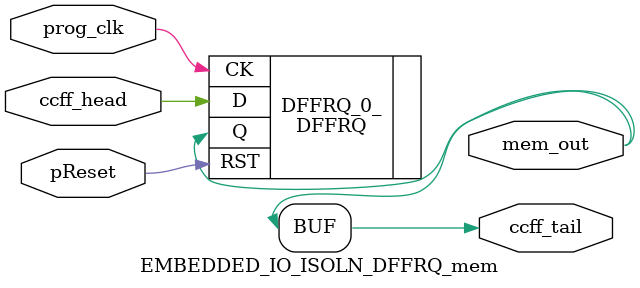
<source format=v>
`default_nettype none

module mux_tree_tapbuf_size10_mem(pReset,
                                  prog_clk,
                                  ccff_head,
                                  ccff_tail,
                                  mem_out);
//----- GLOBAL PORTS -----
input [0:0] pReset;
//----- GLOBAL PORTS -----
input [0:0] prog_clk;
//----- INPUT PORTS -----
input [0:0] ccff_head;
//----- OUTPUT PORTS -----
output [0:0] ccff_tail;
//----- OUTPUT PORTS -----
output [0:3] mem_out;

//----- BEGIN wire-connection ports -----
//----- END wire-connection ports -----


//----- BEGIN Registered ports -----
//----- END Registered ports -----



// ----- BEGIN Local short connections -----
// ----- END Local short connections -----
// ----- BEGIN Local output short connections -----
	assign ccff_tail[0] = mem_out[3];
// ----- END Local output short connections -----

	DFFRQ DFFRQ_0_ (
		.RST(pReset),
		.CK(prog_clk),
		.D(ccff_head),
		.Q(mem_out[0]));

	DFFRQ DFFRQ_1_ (
		.RST(pReset),
		.CK(prog_clk),
		.D(mem_out[0]),
		.Q(mem_out[1]));

	DFFRQ DFFRQ_2_ (
		.RST(pReset),
		.CK(prog_clk),
		.D(mem_out[1]),
		.Q(mem_out[2]));

	DFFRQ DFFRQ_3_ (
		.RST(pReset),
		.CK(prog_clk),
		.D(mem_out[2]),
		.Q(mem_out[3]));

endmodule
// ----- END Verilog module for mux_tree_tapbuf_size10_mem -----

//----- Default net type -----
`default_nettype wire




//----- Default net type -----
`default_nettype none

// ----- Verilog module for mux_tree_tapbuf_size6_mem -----
module mux_tree_tapbuf_size6_mem(pReset,
                                 prog_clk,
                                 ccff_head,
                                 ccff_tail,
                                 mem_out);
//----- GLOBAL PORTS -----
input [0:0] pReset;
//----- GLOBAL PORTS -----
input [0:0] prog_clk;
//----- INPUT PORTS -----
input [0:0] ccff_head;
//----- OUTPUT PORTS -----
output [0:0] ccff_tail;
//----- OUTPUT PORTS -----
output [0:2] mem_out;

//----- BEGIN wire-connection ports -----
//----- END wire-connection ports -----


//----- BEGIN Registered ports -----
//----- END Registered ports -----



// ----- BEGIN Local short connections -----
// ----- END Local short connections -----
// ----- BEGIN Local output short connections -----
	assign ccff_tail[0] = mem_out[2];
// ----- END Local output short connections -----

	DFFRQ DFFRQ_0_ (
		.RST(pReset),
		.CK(prog_clk),
		.D(ccff_head),
		.Q(mem_out[0]));

	DFFRQ DFFRQ_1_ (
		.RST(pReset),
		.CK(prog_clk),
		.D(mem_out[0]),
		.Q(mem_out[1]));

	DFFRQ DFFRQ_2_ (
		.RST(pReset),
		.CK(prog_clk),
		.D(mem_out[1]),
		.Q(mem_out[2]));

endmodule
// ----- END Verilog module for mux_tree_tapbuf_size6_mem -----

//----- Default net type -----
`default_nettype wire




//----- Default net type -----
`default_nettype none

// ----- Verilog module for mux_tree_tapbuf_size2_mem -----
module mux_tree_tapbuf_size2_mem(pReset,
                                 prog_clk,
                                 ccff_head,
                                 ccff_tail,
                                 mem_out);
//----- GLOBAL PORTS -----
input [0:0] pReset;
//----- GLOBAL PORTS -----
input [0:0] prog_clk;
//----- INPUT PORTS -----
input [0:0] ccff_head;
//----- OUTPUT PORTS -----
output [0:0] ccff_tail;
//----- OUTPUT PORTS -----
output [0:1] mem_out;

//----- BEGIN wire-connection ports -----
//----- END wire-connection ports -----


//----- BEGIN Registered ports -----
//----- END Registered ports -----



// ----- BEGIN Local short connections -----
// ----- END Local short connections -----
// ----- BEGIN Local output short connections -----
	assign ccff_tail[0] = mem_out[1];
// ----- END Local output short connections -----

	DFFRQ DFFRQ_0_ (
		.RST(pReset),
		.CK(prog_clk),
		.D(ccff_head),
		.Q(mem_out[0]));

	DFFRQ DFFRQ_1_ (
		.RST(pReset),
		.CK(prog_clk),
		.D(mem_out[0]),
		.Q(mem_out[1]));

endmodule
// ----- END Verilog module for mux_tree_tapbuf_size2_mem -----

//----- Default net type -----
`default_nettype wire




//----- Default net type -----
`default_nettype none

// ----- Verilog module for mux_tree_tapbuf_size9_mem -----
module mux_tree_tapbuf_size9_mem(pReset,
                                 prog_clk,
                                 ccff_head,
                                 ccff_tail,
                                 mem_out);
//----- GLOBAL PORTS -----
input [0:0] pReset;
//----- GLOBAL PORTS -----
input [0:0] prog_clk;
//----- INPUT PORTS -----
input [0:0] ccff_head;
//----- OUTPUT PORTS -----
output [0:0] ccff_tail;
//----- OUTPUT PORTS -----
output [0:3] mem_out;

//----- BEGIN wire-connection ports -----
//----- END wire-connection ports -----


//----- BEGIN Registered ports -----
//----- END Registered ports -----



// ----- BEGIN Local short connections -----
// ----- END Local short connections -----
// ----- BEGIN Local output short connections -----
	assign ccff_tail[0] = mem_out[3];
// ----- END Local output short connections -----

	DFFRQ DFFRQ_0_ (
		.RST(pReset),
		.CK(prog_clk),
		.D(ccff_head),
		.Q(mem_out[0]));

	DFFRQ DFFRQ_1_ (
		.RST(pReset),
		.CK(prog_clk),
		.D(mem_out[0]),
		.Q(mem_out[1]));

	DFFRQ DFFRQ_2_ (
		.RST(pReset),
		.CK(prog_clk),
		.D(mem_out[1]),
		.Q(mem_out[2]));

	DFFRQ DFFRQ_3_ (
		.RST(pReset),
		.CK(prog_clk),
		.D(mem_out[2]),
		.Q(mem_out[3]));

endmodule
// ----- END Verilog module for mux_tree_tapbuf_size9_mem -----

//----- Default net type -----
`default_nettype wire




//----- Default net type -----
`default_nettype none

// ----- Verilog module for mux_tree_size2_mem -----
module mux_tree_size2_mem(pReset,
                          prog_clk,
                          ccff_head,
                          ccff_tail,
                          mem_out);
//----- GLOBAL PORTS -----
input [0:0] pReset;
//----- GLOBAL PORTS -----
input [0:0] prog_clk;
//----- INPUT PORTS -----
input [0:0] ccff_head;
//----- OUTPUT PORTS -----
output [0:0] ccff_tail;
//----- OUTPUT PORTS -----
output [0:1] mem_out;

//----- BEGIN wire-connection ports -----
//----- END wire-connection ports -----


//----- BEGIN Registered ports -----
//----- END Registered ports -----



// ----- BEGIN Local short connections -----
// ----- END Local short connections -----
// ----- BEGIN Local output short connections -----
	assign ccff_tail[0] = mem_out[1];
// ----- END Local output short connections -----

	DFFRQ DFFRQ_0_ (
		.RST(pReset),
		.CK(prog_clk),
		.D(ccff_head),
		.Q(mem_out[0]));

	DFFRQ DFFRQ_1_ (
		.RST(pReset),
		.CK(prog_clk),
		.D(mem_out[0]),
		.Q(mem_out[1]));

endmodule
// ----- END Verilog module for mux_tree_size2_mem -----

//----- Default net type -----
`default_nettype wire




//----- Default net type -----
`default_nettype none

// ----- Verilog module for frac_lut4_DFFRQ_mem -----
module frac_lut4_DFFRQ_mem(pReset,
                           prog_clk,
                           ccff_head,
                           ccff_tail,
                           mem_out);
//----- GLOBAL PORTS -----
input [0:0] pReset;
//----- GLOBAL PORTS -----
input [0:0] prog_clk;
//----- INPUT PORTS -----
input [0:0] ccff_head;
//----- OUTPUT PORTS -----
output [0:0] ccff_tail;
//----- OUTPUT PORTS -----
output [0:16] mem_out;

//----- BEGIN wire-connection ports -----
//----- END wire-connection ports -----


//----- BEGIN Registered ports -----
//----- END Registered ports -----



// ----- BEGIN Local short connections -----
// ----- END Local short connections -----
// ----- BEGIN Local output short connections -----
	assign ccff_tail[0] = mem_out[16];
// ----- END Local output short connections -----

	DFFRQ DFFRQ_0_ (
		.RST(pReset),
		.CK(prog_clk),
		.D(ccff_head),
		.Q(mem_out[0]));

	DFFRQ DFFRQ_1_ (
		.RST(pReset),
		.CK(prog_clk),
		.D(mem_out[0]),
		.Q(mem_out[1]));

	DFFRQ DFFRQ_2_ (
		.RST(pReset),
		.CK(prog_clk),
		.D(mem_out[1]),
		.Q(mem_out[2]));

	DFFRQ DFFRQ_3_ (
		.RST(pReset),
		.CK(prog_clk),
		.D(mem_out[2]),
		.Q(mem_out[3]));

	DFFRQ DFFRQ_4_ (
		.RST(pReset),
		.CK(prog_clk),
		.D(mem_out[3]),
		.Q(mem_out[4]));

	DFFRQ DFFRQ_5_ (
		.RST(pReset),
		.CK(prog_clk),
		.D(mem_out[4]),
		.Q(mem_out[5]));

	DFFRQ DFFRQ_6_ (
		.RST(pReset),
		.CK(prog_clk),
		.D(mem_out[5]),
		.Q(mem_out[6]));

	DFFRQ DFFRQ_7_ (
		.RST(pReset),
		.CK(prog_clk),
		.D(mem_out[6]),
		.Q(mem_out[7]));

	DFFRQ DFFRQ_8_ (
		.RST(pReset),
		.CK(prog_clk),
		.D(mem_out[7]),
		.Q(mem_out[8]));

	DFFRQ DFFRQ_9_ (
		.RST(pReset),
		.CK(prog_clk),
		.D(mem_out[8]),
		.Q(mem_out[9]));

	DFFRQ DFFRQ_10_ (
		.RST(pReset),
		.CK(prog_clk),
		.D(mem_out[9]),
		.Q(mem_out[10]));

	DFFRQ DFFRQ_11_ (
		.RST(pReset),
		.CK(prog_clk),
		.D(mem_out[10]),
		.Q(mem_out[11]));

	DFFRQ DFFRQ_12_ (
		.RST(pReset),
		.CK(prog_clk),
		.D(mem_out[11]),
		.Q(mem_out[12]));

	DFFRQ DFFRQ_13_ (
		.RST(pReset),
		.CK(prog_clk),
		.D(mem_out[12]),
		.Q(mem_out[13]));

	DFFRQ DFFRQ_14_ (
		.RST(pReset),
		.CK(prog_clk),
		.D(mem_out[13]),
		.Q(mem_out[14]));

	DFFRQ DFFRQ_15_ (
		.RST(pReset),
		.CK(prog_clk),
		.D(mem_out[14]),
		.Q(mem_out[15]));

	DFFRQ DFFRQ_16_ (
		.RST(pReset),
		.CK(prog_clk),
		.D(mem_out[15]),
		.Q(mem_out[16]));

endmodule
// ----- END Verilog module for frac_lut4_DFFRQ_mem -----

//----- Default net type -----
`default_nettype wire




//----- Default net type -----
`default_nettype none

// ----- Verilog module for EMBEDDED_IO_ISOLN_DFFRQ_mem -----
module EMBEDDED_IO_ISOLN_DFFRQ_mem(pReset,
                                   prog_clk,
                                   ccff_head,
                                   ccff_tail,
                                   mem_out);
//----- GLOBAL PORTS -----
input [0:0] pReset;
//----- GLOBAL PORTS -----
input [0:0] prog_clk;
//----- INPUT PORTS -----
input [0:0] ccff_head;
//----- OUTPUT PORTS -----
output [0:0] ccff_tail;
//----- OUTPUT PORTS -----
output [0:0] mem_out;

//----- BEGIN wire-connection ports -----
//----- END wire-connection ports -----


//----- BEGIN Registered ports -----
//----- END Registered ports -----



// ----- BEGIN Local short connections -----
// ----- END Local short connections -----
// ----- BEGIN Local output short connections -----
	assign ccff_tail[0] = mem_out[0];
// ----- END Local output short connections -----

	DFFRQ DFFRQ_0_ (
		.RST(pReset),
		.CK(prog_clk),
		.D(ccff_head),
		.Q(mem_out));

endmodule
// ----- END Verilog module for EMBEDDED_IO_ISOLN_DFFRQ_mem -----

//----- Default net type -----
`default_nettype wire





</source>
